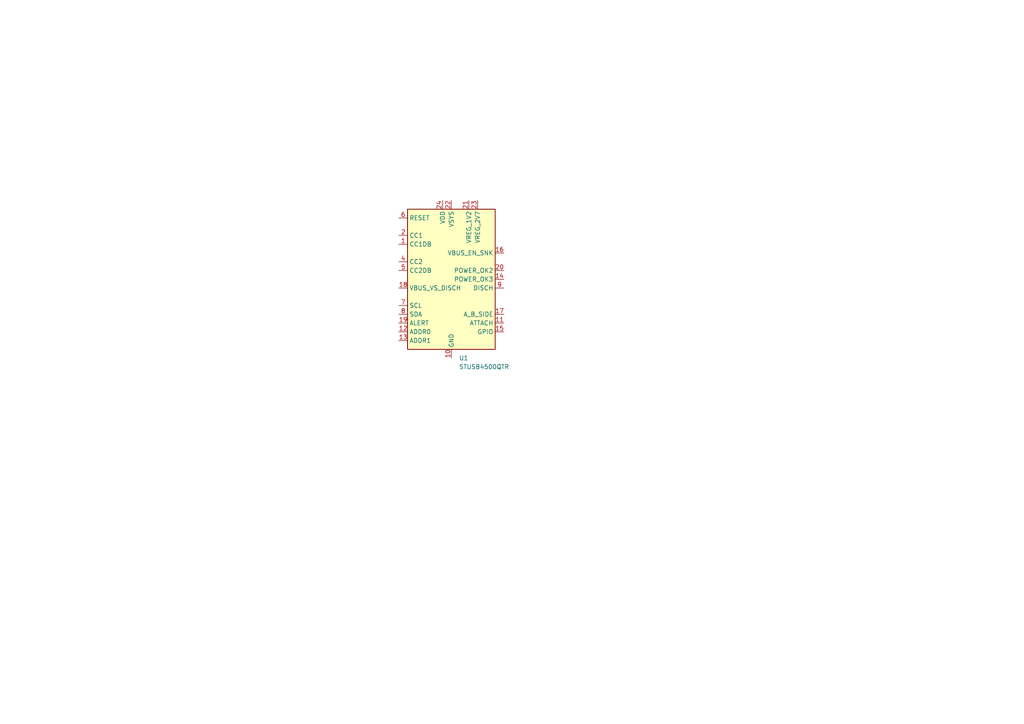
<source format=kicad_sch>
(kicad_sch (version 20231120) (generator "eeschema") (generator_version "8.0")
  (paper "A4")
  (lib_symbols
    (symbol "Interface_USB:STUSB4500QTR"
      (property "Reference" "U" (at -12.7 21.59 0))
      (property "Value" "STUSB4500QTR" (at 8.89 -21.59 0))
      (symbol "STUSB4500QTR_0_1"
        (rectangle (start -12.7 20.32) (end 12.7 -20.32) (stroke (width 0.254)) (fill (type background)))
      )
      (symbol "STUSB4500QTR_1_1"
        (pin bidirectional line (at -15.24 10.16 0) (length 2.54) (name "CC1DB") (number "1"))
        (pin power_in line (at 0 -22.86 90) (length 2.54) (name "GND") (number "10"))
        (pin open_collector line (at 15.24 -12.7 180) (length 2.54) (name "ATTACH") (number "11"))
        (pin input line (at -15.24 -15.24 0) (length 2.54) (name "ADDR0") (number "12"))
        (pin input line (at -15.24 -17.78 0) (length 2.54) (name "ADDR1") (number "13"))
        (pin open_collector line (at 15.24 0 180) (length 2.54) (name "POWER_OK3") (number "14"))
        (pin open_collector line (at 15.24 -15.24 180) (length 2.54) (name "GPIO") (number "15"))
        (pin open_collector line (at 15.24 7.62 180) (length 2.54) (name "VBUS_EN_SNK") (number "16"))
        (pin open_collector line (at 15.24 -10.16 180) (length 2.54) (name "A_B_SIDE") (number "17"))
        (pin input line (at -15.24 -2.54 0) (length 2.54) (name "VBUS_VS_DISCH") (number "18"))
        (pin open_collector line (at -15.24 -12.7 0) (length 2.54) (name "ALERT") (number "19"))
        (pin bidirectional line (at -15.24 12.7 0) (length 2.54) (name "CC1") (number "2"))
        (pin open_collector line (at 15.24 2.54 180) (length 2.54) (name "POWER_OK2") (number "20"))
        (pin power_out line (at 5.08 22.86 270) (length 2.54) (name "VREG_1V2") (number "21"))
        (pin power_in line (at 0 22.86 270) (length 2.54) (name "VSYS") (number "22"))
        (pin power_out line (at 7.62 22.86 270) (length 2.54) (name "VREG_2V7") (number "23"))
        (pin power_in line (at -2.54 22.86 270) (length 2.54) (name "VDD") (number "24"))
        (pin passive line (at 0 -22.86 90) (length 2.54) hide (name "GND") (number "25"))
        (pin no_connect line (at -12.7 15.24 0) (length 2.54) hide (name "NC") (number "3"))
        (pin bidirectional line (at -15.24 5.08 0) (length 2.54) (name "CC2") (number "4"))
        (pin bidirectional line (at -15.24 2.54 0) (length 2.54) (name "CC2DB") (number "5"))
        (pin input line (at -15.24 17.78 0) (length 2.54) (name "RESET") (number "6"))
        (pin input line (at -15.24 -7.62 0) (length 2.54) (name "SCL") (number "7"))
        (pin bidirectional line (at -15.24 -10.16 0) (length 2.54) (name "SDA") (number "8"))
        (pin bidirectional line (at 15.24 -2.54 180) (length 2.54) (name "DISCH") (number "9"))
      )
    )
  )
  (symbol (lib_id "Interface_USB:STUSB4500QTR") (at 130.9164 80.9992 0) (unit 1)
    (property "Reference" "U1" (at 133.1105 103.8592 0) (effects (justify left)))
    (property "Value" "STUSB4500QTR" (at 133.1105 106.3992 0) (effects (justify left)))
    (property "Footprint" "Package_DFN_QFN:QFN-24-1EP_4x4mm_P0.5mm_EP2.7x2.7mm" (effects (hide yes)))
    (property "Datasheet" "https://www.st.com/resource/en/datasheet/stusb4500.pdf" (effects (hide yes)))
    (property "Description" "Stand-alone USB PD controller (with sink Auto-run mode), QFN-24" (effects (hide yes)))
  )
)
</source>
